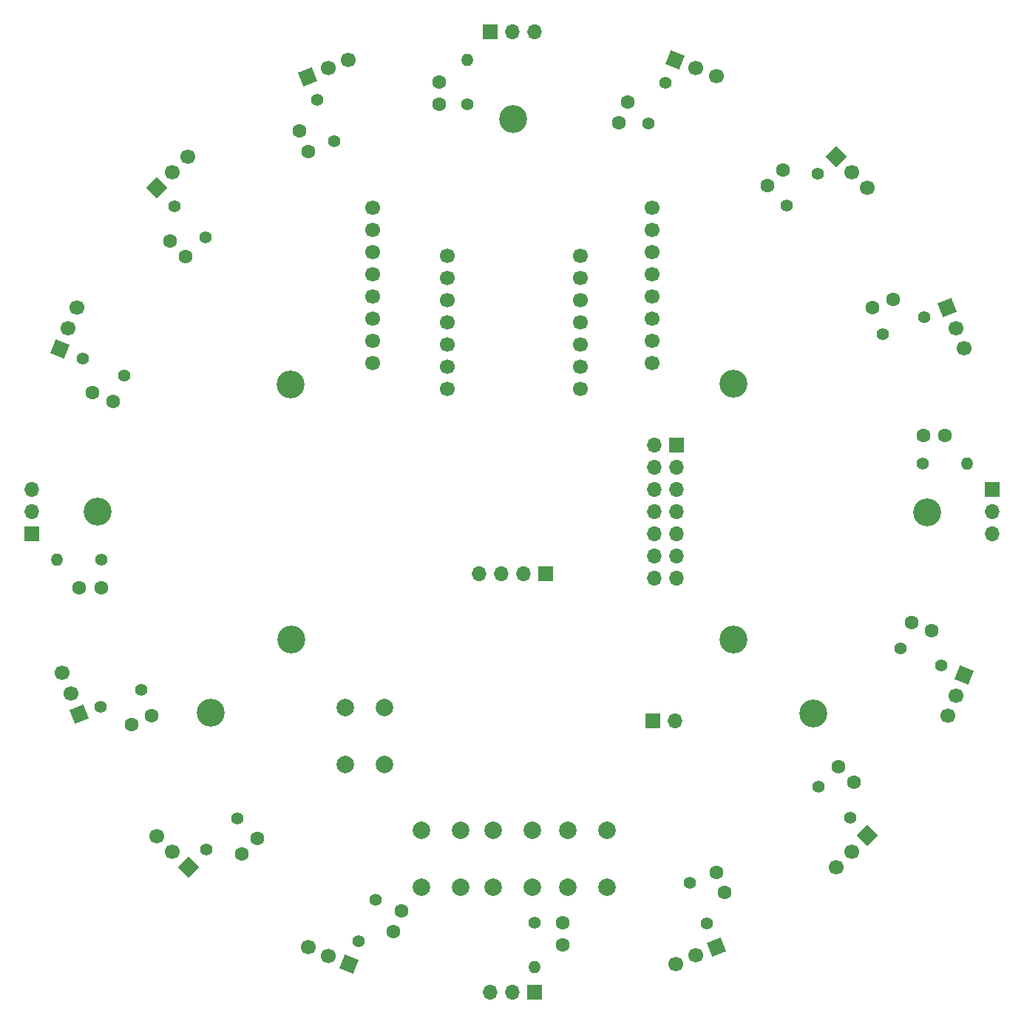
<source format=gbr>
%TF.GenerationSoftware,KiCad,Pcbnew,7.0.9*%
%TF.CreationDate,2024-07-26T16:53:17+09:00*%
%TF.ProjectId,IR_Borred,49525f42-6f72-4726-9564-2e6b69636164,rev?*%
%TF.SameCoordinates,Original*%
%TF.FileFunction,Soldermask,Bot*%
%TF.FilePolarity,Negative*%
%FSLAX46Y46*%
G04 Gerber Fmt 4.6, Leading zero omitted, Abs format (unit mm)*
G04 Created by KiCad (PCBNEW 7.0.9) date 2024-07-26 16:53:17*
%MOMM*%
%LPD*%
G01*
G04 APERTURE LIST*
G04 Aperture macros list*
%AMHorizOval*
0 Thick line with rounded ends*
0 $1 width*
0 $2 $3 position (X,Y) of the first rounded end (center of the circle)*
0 $4 $5 position (X,Y) of the second rounded end (center of the circle)*
0 Add line between two ends*
20,1,$1,$2,$3,$4,$5,0*
0 Add two circle primitives to create the rounded ends*
1,1,$1,$2,$3*
1,1,$1,$4,$5*%
%AMRotRect*
0 Rectangle, with rotation*
0 The origin of the aperture is its center*
0 $1 length*
0 $2 width*
0 $3 Rotation angle, in degrees counterclockwise*
0 Add horizontal line*
21,1,$1,$2,0,0,$3*%
G04 Aperture macros list end*
%ADD10R,1.700000X1.700000*%
%ADD11O,1.700000X1.700000*%
%ADD12C,3.200000*%
%ADD13C,1.600000*%
%ADD14C,1.400000*%
%ADD15HorizOval,1.400000X0.000000X0.000000X0.000000X0.000000X0*%
%ADD16HorizOval,1.400000X0.000000X0.000000X0.000000X0.000000X0*%
%ADD17HorizOval,1.400000X0.000000X0.000000X0.000000X0.000000X0*%
%ADD18HorizOval,1.400000X0.000000X0.000000X0.000000X0.000000X0*%
%ADD19RotRect,1.700000X1.700000X135.000000*%
%ADD20HorizOval,1.700000X0.000000X0.000000X0.000000X0.000000X0*%
%ADD21RotRect,1.700000X1.700000X45.000000*%
%ADD22HorizOval,1.700000X0.000000X0.000000X0.000000X0.000000X0*%
%ADD23RotRect,1.700000X1.700000X292.500000*%
%ADD24HorizOval,1.700000X0.000000X0.000000X0.000000X0.000000X0*%
%ADD25C,2.000000*%
%ADD26HorizOval,1.400000X0.000000X0.000000X0.000000X0.000000X0*%
%ADD27RotRect,1.700000X1.700000X22.500000*%
%ADD28HorizOval,1.700000X0.000000X0.000000X0.000000X0.000000X0*%
%ADD29RotRect,1.700000X1.700000X157.500000*%
%ADD30HorizOval,1.700000X0.000000X0.000000X0.000000X0.000000X0*%
%ADD31HorizOval,1.400000X0.000000X0.000000X0.000000X0.000000X0*%
%ADD32RotRect,1.700000X1.700000X202.500000*%
%ADD33HorizOval,1.700000X0.000000X0.000000X0.000000X0.000000X0*%
%ADD34HorizOval,1.400000X0.000000X0.000000X0.000000X0.000000X0*%
%ADD35HorizOval,1.400000X0.000000X0.000000X0.000000X0.000000X0*%
%ADD36HorizOval,1.400000X0.000000X0.000000X0.000000X0.000000X0*%
%ADD37O,1.400000X1.400000*%
%ADD38RotRect,1.700000X1.700000X315.000000*%
%ADD39HorizOval,1.700000X0.000000X0.000000X0.000000X0.000000X0*%
%ADD40RotRect,1.700000X1.700000X67.500000*%
%ADD41HorizOval,1.700000X0.000000X0.000000X0.000000X0.000000X0*%
%ADD42RotRect,1.700000X1.700000X112.500000*%
%ADD43HorizOval,1.700000X0.000000X0.000000X0.000000X0.000000X0*%
%ADD44RotRect,1.700000X1.700000X337.500000*%
%ADD45HorizOval,1.700000X0.000000X0.000000X0.000000X0.000000X0*%
%ADD46HorizOval,1.400000X0.000000X0.000000X0.000000X0.000000X0*%
%ADD47HorizOval,1.400000X0.000000X0.000000X0.000000X0.000000X0*%
%ADD48HorizOval,1.400000X0.000000X0.000000X0.000000X0.000000X0*%
%ADD49C,1.700000*%
%ADD50RotRect,1.700000X1.700000X225.000000*%
%ADD51HorizOval,1.700000X0.000000X0.000000X0.000000X0.000000X0*%
%ADD52RotRect,1.700000X1.700000X247.500000*%
%ADD53HorizOval,1.700000X0.000000X0.000000X0.000000X0.000000X0*%
G04 APERTURE END LIST*
D10*
%TO.C,U17*%
X146305699Y-150285716D03*
D11*
X143765699Y-150285716D03*
X141225699Y-150285716D03*
%TD*%
D12*
%TO.C,REF\u002A\u002A*%
X178240000Y-118330000D03*
%TD*%
D13*
%TO.C,C4*%
X114545975Y-132673010D03*
X112778208Y-134440777D03*
%TD*%
%TO.C,C9*%
X185040399Y-71910620D03*
X187350098Y-70953911D03*
%TD*%
D14*
%TO.C,R6*%
X108662859Y-63842233D03*
D15*
X105070757Y-60250131D03*
%TD*%
D14*
%TO.C,R9*%
X186222619Y-74895407D03*
D16*
X190915927Y-72951375D03*
%TD*%
D14*
%TO.C,R11*%
X159368090Y-50833441D03*
D17*
X161312122Y-46140133D03*
%TD*%
D13*
%TO.C,C5*%
X98028116Y-82609129D03*
X95718417Y-81652420D03*
%TD*%
D10*
%TO.C,U5*%
X88744983Y-97836415D03*
D11*
X88744983Y-95296415D03*
X88744983Y-92756415D03*
%TD*%
D14*
%TO.C,R4*%
X112311516Y-130367840D03*
D18*
X108719414Y-133959942D03*
%TD*%
D19*
%TO.C,U7*%
X103048418Y-58193452D03*
D20*
X104844469Y-56397401D03*
X106640520Y-54601350D03*
%TD*%
D10*
%TO.C,U13*%
X198755000Y-92725000D03*
D11*
X198755000Y-95265000D03*
X198755000Y-97805000D03*
%TD*%
D10*
%TO.C,J1*%
X147570000Y-102400000D03*
D11*
X145030000Y-102400000D03*
X142490000Y-102400000D03*
X139950000Y-102400000D03*
%TD*%
D21*
%TO.C,U11*%
X180837247Y-54579135D03*
D22*
X182633298Y-56375186D03*
X184429349Y-58171237D03*
%TD*%
D13*
%TO.C,C14*%
X181142292Y-124484725D03*
X182910059Y-126252492D03*
%TD*%
D23*
%TO.C,U16*%
X167160663Y-145120682D03*
D24*
X164814009Y-146092698D03*
X162467355Y-147064714D03*
%TD*%
D25*
%TO.C,SW1*%
X133340000Y-138250000D03*
X133340000Y-131750000D03*
X137840000Y-138250000D03*
X137840000Y-131750000D03*
%TD*%
D13*
%TO.C,C1*%
X102459584Y-118650797D03*
X100149885Y-119607506D03*
%TD*%
D10*
%TO.C,SW4*%
X159855000Y-119180000D03*
D11*
X162395000Y-119180000D03*
%TD*%
D10*
%TO.C,U9*%
X141194283Y-40275699D03*
D11*
X143734283Y-40275699D03*
X146274283Y-40275699D03*
%TD*%
D14*
%TO.C,R7*%
X123364691Y-52808080D03*
D26*
X121420659Y-48114772D03*
%TD*%
D27*
%TO.C,U12*%
X193589965Y-71870036D03*
D28*
X194561981Y-74216690D03*
X195533997Y-76563344D03*
%TD*%
D12*
%TO.C,REF\u002A\u002A*%
X109260000Y-118250000D03*
%TD*%
D29*
%TO.C,U6*%
X91953963Y-76592368D03*
D30*
X92925979Y-74245714D03*
X93897995Y-71899060D03*
%TD*%
D12*
%TO.C,REF\u002A\u002A*%
X169120000Y-80640000D03*
%TD*%
%TO.C,REF\u002A\u002A*%
X169100000Y-109930000D03*
%TD*%
D13*
%TO.C,C6*%
X106357690Y-66076691D03*
X104589923Y-64308924D03*
%TD*%
%TO.C,C15*%
X167120079Y-136571116D03*
X168076788Y-138880815D03*
%TD*%
%TO.C,C12*%
X172954008Y-57888407D03*
X174721775Y-56120640D03*
%TD*%
%TO.C,C10*%
X190839999Y-86560000D03*
X193339999Y-86560000D03*
%TD*%
D14*
%TO.C,R14*%
X178837124Y-126719183D03*
D31*
X182429226Y-130311285D03*
%TD*%
D32*
%TO.C,U4*%
X94187016Y-118414381D03*
D33*
X93215000Y-116067727D03*
X92242984Y-113721073D03*
%TD*%
D14*
%TO.C,R13*%
X188197259Y-110898807D03*
D34*
X192890567Y-112842839D03*
%TD*%
D14*
%TO.C,R1*%
X101277363Y-115666008D03*
D35*
X96584055Y-117610040D03*
%TD*%
D14*
%TO.C,R3*%
X128131892Y-139727975D03*
D36*
X126187860Y-144421283D03*
%TD*%
D13*
%TO.C,C7*%
X120379903Y-53990300D03*
X119423194Y-51680601D03*
%TD*%
D12*
%TO.C,REF\u002A\u002A*%
X96290000Y-95260000D03*
%TD*%
D14*
%TO.C,R8*%
X138640000Y-48620000D03*
D37*
X138640000Y-43540000D03*
%TD*%
D38*
%TO.C,U15*%
X184451564Y-132367964D03*
D39*
X182655513Y-134164015D03*
X180859462Y-135960066D03*
%TD*%
D40*
%TO.C,U10*%
X162438330Y-43484680D03*
D41*
X164784984Y-44456696D03*
X167131638Y-45428712D03*
%TD*%
D13*
%TO.C,C16*%
X149539984Y-142371416D03*
X149539984Y-144871416D03*
%TD*%
D10*
%TO.C,J2*%
X162560000Y-87630000D03*
D11*
X160020000Y-87630000D03*
X162560000Y-90170000D03*
X160020000Y-90170000D03*
X162560000Y-92710000D03*
X160020000Y-92710000D03*
X162560000Y-95250000D03*
X160020000Y-95250000D03*
X162560000Y-97790000D03*
X160020000Y-97790000D03*
X162560000Y-100330000D03*
X160020000Y-100330000D03*
X162560000Y-102870000D03*
X160020000Y-102870000D03*
%TD*%
D42*
%TO.C,U8*%
X120325460Y-45446472D03*
D43*
X122672114Y-44474456D03*
X125018768Y-43502440D03*
%TD*%
D44*
%TO.C,U14*%
X195546020Y-113969047D03*
D45*
X194574004Y-116315701D03*
X193601988Y-118662355D03*
%TD*%
D12*
%TO.C,REF\u002A\u002A*%
X118390000Y-80690000D03*
%TD*%
D13*
%TO.C,C3*%
X131078413Y-141002584D03*
X130121704Y-143312283D03*
%TD*%
D14*
%TO.C,R10*%
X190790000Y-89770000D03*
D37*
X195870000Y-89770000D03*
%TD*%
D12*
%TO.C,REF\u002A\u002A*%
X118440000Y-109920000D03*
%TD*%
D14*
%TO.C,R12*%
X175188466Y-60193575D03*
D46*
X178780568Y-56601473D03*
%TD*%
D14*
%TO.C,R16*%
X146329982Y-142321416D03*
D37*
X146329982Y-147401416D03*
%TD*%
D12*
%TO.C,REF\u002A\u002A*%
X191260000Y-95320000D03*
%TD*%
D14*
%TO.C,R15*%
X164135292Y-137753336D03*
D47*
X166079324Y-142446644D03*
%TD*%
D14*
%TO.C,R5*%
X99302724Y-79662609D03*
D48*
X94609416Y-77718577D03*
%TD*%
D13*
%TO.C,C2*%
X96659283Y-103980001D03*
X94159283Y-103980001D03*
%TD*%
D49*
%TO.C,U1*%
X151560000Y-81230000D03*
X151560000Y-78690000D03*
X151560000Y-76150000D03*
X151560000Y-73610000D03*
X151560000Y-71070000D03*
X151560000Y-68530000D03*
X151560000Y-65990000D03*
X136320000Y-65990000D03*
X136320000Y-68530000D03*
X136320000Y-71070000D03*
X136320000Y-73610000D03*
X136320000Y-76150000D03*
X136320000Y-78690000D03*
X136320000Y-81230000D03*
%TD*%
D13*
%TO.C,C13*%
X189471866Y-107952288D03*
X191781565Y-108908997D03*
%TD*%
D25*
%TO.C,SW2*%
X141560000Y-138260000D03*
X141560000Y-131760000D03*
X146060000Y-138260000D03*
X146060000Y-131760000D03*
%TD*%
D13*
%TO.C,C11*%
X155985646Y-50684850D03*
X156942355Y-48375151D03*
%TD*%
D14*
%TO.C,R2*%
X96709283Y-100770000D03*
D37*
X91629283Y-100770000D03*
%TD*%
D13*
%TO.C,C8*%
X135430000Y-48570000D03*
X135430000Y-46070000D03*
%TD*%
D50*
%TO.C,U3*%
X106662735Y-135982280D03*
D51*
X104866684Y-134186229D03*
X103070633Y-132390178D03*
%TD*%
D49*
%TO.C,U19*%
X159740000Y-78266000D03*
X159740000Y-75726000D03*
X159740000Y-73186000D03*
X159740000Y-70646000D03*
X159740000Y-68106000D03*
X159740000Y-65566000D03*
X159740000Y-63026000D03*
X159740000Y-60486000D03*
X127740000Y-78266000D03*
X127740000Y-75726000D03*
X127740000Y-73186000D03*
X127740000Y-70646000D03*
X127740000Y-68106000D03*
X127740000Y-65566000D03*
X127740000Y-63026000D03*
X127740000Y-60486000D03*
%TD*%
D25*
%TO.C,SW3*%
X150150000Y-138250000D03*
X150150000Y-131750000D03*
X154650000Y-138250000D03*
X154650000Y-131750000D03*
%TD*%
D52*
%TO.C,U2*%
X125075510Y-147082477D03*
D53*
X122728856Y-146110461D03*
X120382202Y-145138445D03*
%TD*%
D12*
%TO.C,REF\u002A\u002A*%
X143830000Y-50290000D03*
%TD*%
D25*
%TO.C,Camera_RST1*%
X124610000Y-124230000D03*
X124610000Y-117730000D03*
X129110000Y-124230000D03*
X129110000Y-117730000D03*
%TD*%
M02*

</source>
